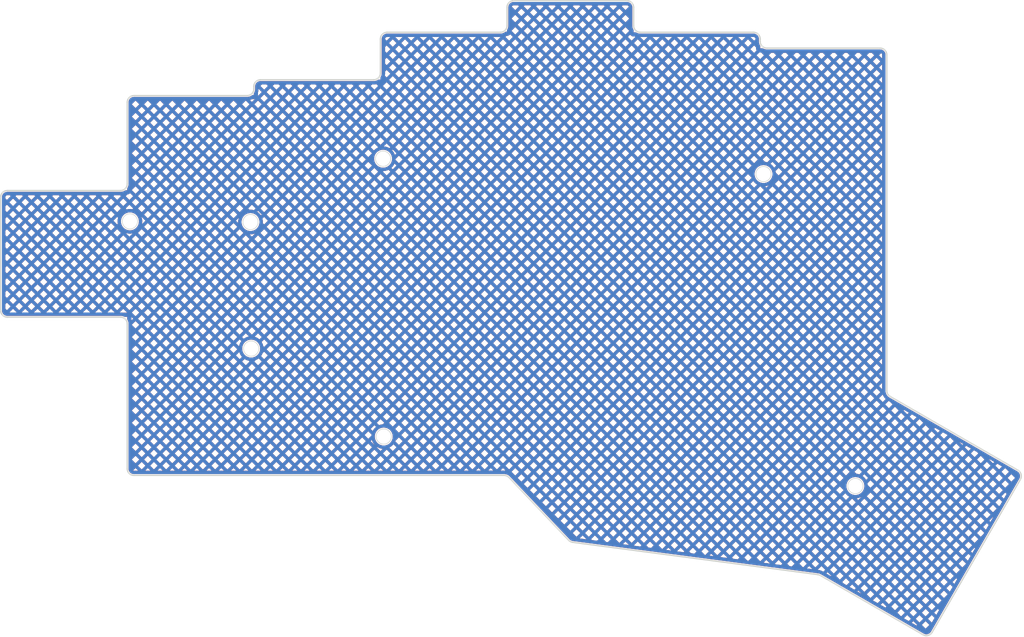
<source format=kicad_pcb>
(kicad_pcb (version 20211014) (generator pcbnew)
  (layers (0 "F.Cu" signal) (31 "B.Cu" signal) (34 "B.Paste" user) (35 "F.Paste" user) (36 "B.SilkS" user "B.Silkscreen") (37 "F.SilkS" user "F.Silkscreen") (38 "B.Mask" user) (39 "F.Mask" user) (44 "Edge.Cuts" user))
  (net 0 "")
  (footprint "kbd:M2_Hole_Edge_Cut" (layer "F.Cu") (at 128.721463 40.374367)
    (fp_text reference "H8")
    (fp_text value "MountingHole")
    (fp_circle (center 0 0) (end 1.15 0) (layer "Edge.Cuts") (width 0.1) (fill none))
  )
  (footprint "kbd:M2_Hole_Edge_Cut" (layer "F.Cu") (at 71.621463 38.074367)
    (fp_text reference "H4")
    (fp_text value "MountingHole")
    (fp_circle (center 0 0) (end 1.15 0) (layer "Edge.Cuts") (width 0.1) (fill none))
  )
  (footprint "kbd:M2_Hole_Edge_Cut" (layer "F.Cu") (at 33.621463 47.474367)
    (fp_text reference "H3")
    (fp_text value "MountingHole")
    (fp_circle (center 0 0) (end 1.15 0) (layer "Edge.Cuts") (width 0.1) (fill none))
  )
  (footprint "kbd:M2_Hole_Edge_Cut" (layer "F.Cu") (at 51.821463 66.574367)
    (fp_text reference "H2")
    (fp_text value "MountingHole")
    (fp_circle (center 0 0) (end 1.15 0) (layer "Edge.Cuts") (width 0.1) (fill none))
  )
  (footprint "kbd:M2_Hole_Edge_Cut" (layer "F.Cu") (at 51.721463 47.574367)
    (fp_text reference "H1")
    (fp_text value "MountingHole")
    (fp_circle (center 0 0) (end 1.15 0) (layer "Edge.Cuts") (width 0.1) (fill none))
  )
  (footprint "kbd:M2_Hole_Edge_Cut" (layer "F.Cu") (at 71.721463 79.774367)
    (fp_text reference "H5")
    (fp_text value "MountingHole")
    (fp_circle (center 0 0) (end 1.15 0) (layer "Edge.Cuts") (width 0.1) (fill none))
  )
  (footprint "kbd:M2_Hole_Edge_Cut" (layer "F.Cu") (at 142.507505 87.19918)
    (fp_text reference "H9")
    (fp_text value "MountingHole")
    (fp_circle (center 0 0) (end 1.15 0) (layer "Edge.Cuts") (width 0.1) (fill none))
  )
  (gr_arc (start 89.796623 85.599367) (mid 90.187009 85.679623) (end 90.514076 85.907372) (layer "Edge.Cuts") (width 0.2))
  (gr_arc (start 166.912511 84.834934) (mid 167.378437 85.442141) (end 167.278537 86.20096) (layer "Edge.Cuts") (width 0.2))
  (gr_arc (start 90.221463 18.099368) (mid 89.92857 18.806475) (end 89.221463 19.099368) (layer "Edge.Cuts") (width 0.2))
  (gr_line (start 15.221464 42.849368) (end 32.221465 42.849368) (layer "Edge.Cuts") (width 0.2))
  (gr_line (start 33.221463 84.609762) (end 33.221463 62.849367) (layer "Edge.Cuts") (width 0.2))
  (gr_line (start 89.796623 85.599367) (end 34.211068 85.599367) (layer "Edge.Cuts") (width 0.2))
  (gr_line (start 99.480311 95.345258) (end 90.514076 85.907372) (layer "Edge.Cuts") (width 0.2))
  (gr_line (start 147.721463 73.754978) (end 166.912511 84.834934) (layer "Edge.Cuts") (width 0.2))
  (gr_line (start 147.221463 22.474368) (end 147.221463 72.888952) (layer "Edge.Cuts") (width 0.2))
  (gr_arc (start 52.221466 27.599371) (mid 51.928571 28.306477) (end 51.221463 28.599368) (layer "Edge.Cuts") (width 0.2))
  (gr_arc (start 71.221463 25.224368) (mid 70.92857 25.931475) (end 70.221463 26.224368) (layer "Edge.Cuts") (width 0.2))
  (gr_line (start 71.221463 25.224368) (end 71.221463 20.099368) (layer "Edge.Cuts") (width 0.2))
  (gr_arc (start 146.221463 21.474368) (mid 146.92857 21.767261) (end 147.221463 22.474368) (layer "Edge.Cuts") (width 0.2))
  (gr_arc (start 108.221463 14.349368) (mid 108.92857 14.642261) (end 109.221463 15.349368) (layer "Edge.Cuts") (width 0.2))
  (gr_line (start 110.221463 19.099367) (end 127.221463 19.099367) (layer "Edge.Cuts") (width 0.2))
  (gr_line (start 152.662511 109.516658) (end 137.244527 100.615081) (layer "Edge.Cuts") (width 0.2))
  (gr_arc (start 110.221462 19.099368) (mid 109.514356 18.806474) (end 109.221463 18.099367) (layer "Edge.Cuts") (width 0.2))
  (gr_arc (start 34.211068 85.599367) (mid 33.511312 85.309518) (end 33.221463 84.609762) (layer "Edge.Cuts") (width 0.2))
  (gr_arc (start 52.221463 27.224368) (mid 52.514356 26.517261) (end 53.221463 26.224368) (layer "Edge.Cuts") (width 0.2))
  (gr_line (start 53.221463 26.224368) (end 70.221463 26.224368) (layer "Edge.Cuts") (width 0.2))
  (gr_line (start 14.221465 60.849368) (end 14.221465 43.849369) (layer "Edge.Cuts") (width 0.2))
  (gr_arc (start 15.221464 61.849367) (mid 14.514358 61.556474) (end 14.221465 60.849368) (layer "Edge.Cuts") (width 0.2))
  (gr_line (start 52.221463 27.599368) (end 52.221463 27.224367) (layer "Edge.Cuts") (width 0.2))
  (gr_arc (start 14.221465 43.849369) (mid 14.514358 43.142262) (end 15.221464 42.849368) (layer "Edge.Cuts") (width 0.2))
  (gr_arc (start 129.221463 21.474367) (mid 128.514356 21.181474) (end 128.221463 20.474367) (layer "Edge.Cuts") (width 0.2))
  (gr_arc (start 33.221465 41.84937) (mid 32.928571 42.556475) (end 32.221464 42.849367) (layer "Edge.Cuts") (width 0.2))
  (gr_arc (start 90.221463 15.349368) (mid 90.514356 14.642261) (end 91.221463 14.349368) (layer "Edge.Cuts") (width 0.2))
  (gr_arc (start 127.221463 19.099367) (mid 127.92857 19.39226) (end 128.221463 20.099367) (layer "Edge.Cuts") (width 0.2))
  (gr_arc (start 100.068595 95.644797) (mid 99.748739 95.545528) (end 99.480311 95.345258) (layer "Edge.Cuts") (width 0.2))
  (gr_line (start 136.878894 100.490965) (end 100.068595 95.644797) (layer "Edge.Cuts") (width 0.2))
  (gr_line (start 109.221463 15.349368) (end 109.221463 18.099367) (layer "Edge.Cuts") (width 0.2))
  (gr_line (start 128.221463 20.099367) (end 128.221463 20.474367) (layer "Edge.Cuts") (width 0.2))
  (gr_arc (start 33.221464 29.599368) (mid 33.514357 28.892261) (end 34.221464 28.599368) (layer "Edge.Cuts") (width 0.2))
  (gr_line (start 129.221463 21.474367) (end 146.221463 21.474368) (layer "Edge.Cuts") (width 0.2))
  (gr_line (start 167.278537 86.20096) (end 154.028537 109.150633) (layer "Edge.Cuts") (width 0.2))
  (gr_arc (start 136.878894 100.490965) (mid 137.067823 100.535017) (end 137.244527 100.615081) (layer "Edge.Cuts") (width 0.2))
  (gr_arc (start 147.721463 73.754977) (mid 147.355438 73.388952) (end 147.221463 72.888952) (layer "Edge.Cuts") (width 0.2))
  (gr_arc (start 71.221462 20.099368) (mid 71.514356 19.392261) (end 72.221463 19.099367) (layer "Edge.Cuts") (width 0.2))
  (gr_line (start 90.221463 18.099368) (end 90.221463 15.349368) (layer "Edge.Cuts") (width 0.2))
  (gr_line (start 32.221464 61.849368) (end 15.221464 61.849368) (layer "Edge.Cuts") (width 0.2))
  (gr_line (start 91.221463 14.349368) (end 108.221463 14.349368) (layer "Edge.Cuts") (width 0.2))
  (gr_line (start 72.221463 19.099367) (end 89.221463 19.099368) (layer "Edge.Cuts") (width 0.2))
  (gr_line (start 33.221464 41.849368) (end 33.221464 29.599368) (layer "Edge.Cuts") (width 0.2))
  (gr_arc (start 32.221466 61.849364) (mid 32.928572 62.142259) (end 33.221463 62.849367) (layer "Edge.Cuts") (width 0.2))
  (gr_arc (start 154.028536 109.150633) (mid 153.42133 109.616559) (end 152.662511 109.516658) (layer "Edge.Cuts") (width 0.2))
  (gr_line (start 34.221464 28.599368) (end 51.221463 28.599368) (layer "Edge.Cuts") (width 0.2))
  (zone (net 0) (net_name "") (layers F&B.Cu) (priority 1) (connect_pads (clearance 0.2)) (min_thickness 0.25) (fill yes (mode hatch) (thermal_gap 0.5) (thermal_bridge_width 0.5) (hatch_thickness 0.5) (hatch_gap 0.8) (hatch_orientation 45) (hatch_border_algorithm hatch_thickness) (hatch_min_hole_area 0.3))
    (polygon (pts (xy 109.221463 19.104952) (xy 128.221463 19.104952) (xy 128.221463 21.504952) (xy 147.221463 21.504952) (xy 147.221463 23.804952) (xy 147.721464 73.349367) (xy 167.821463 85.204952) (xy 153.421463 109.904952) (xy 137.021463 100.504952) (xy 99.721463 95.504952) (xy 90.121463 85.504952) (xy 33.221463 85.604952) (xy 33.221463 61.804952) (xy 14.121463 61.804952) (xy 14.221463 42.904952) (xy 33.221463 42.804952) (xy 33.221463 28.504952) (xy 52.221463 28.504952) (xy 52.221463 26.204952) (xy 71.221463 26.204952) (xy 71.221463 19.004952) (xy 90.221463 19.004952) (xy 90.221463 14.304952) (xy 109.221463 14.304952)))
  )
)
</source>
